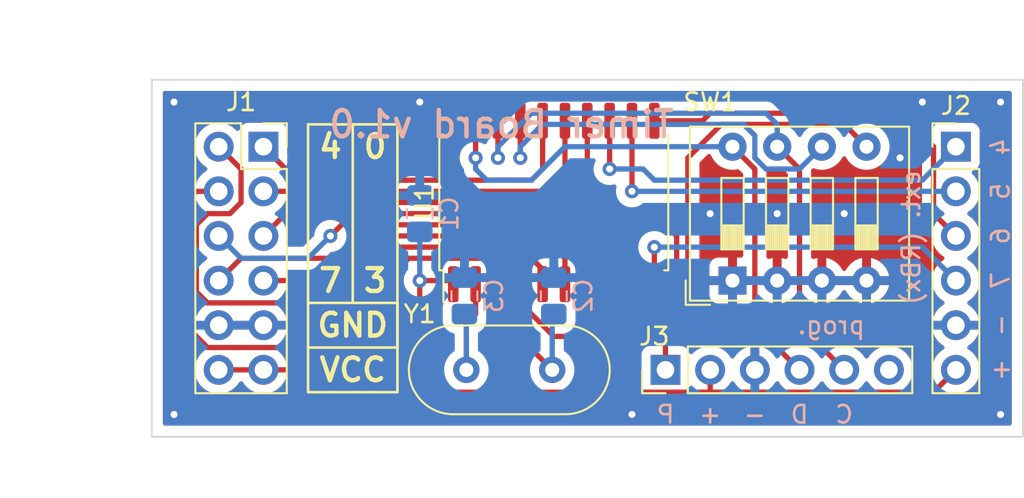
<source format=kicad_pcb>
(kicad_pcb (version 20211014) (generator pcbnew)
  (layers (0 "F.Cu" signal) (31 "B.Cu" signal) (34 "B.Paste" user) (35 "F.Paste" user) (36 "B.SilkS" user "B.Silkscreen") (37 "F.SilkS" user "F.Silkscreen") (38 "B.Mask" user) (39 "F.Mask" user) (44 "Edge.Cuts" user))
  (net 0 "")
  (net 1 "VCC")
  (net 2 "GND")
  (net 3 "Net-(C2-Pad1)")
  (net 4 "Net-(C3-Pad1)")
  (net 5 "Net-(J1-Pad1)")
  (net 6 "Net-(J1-Pad2)")
  (net 7 "Net-(J1-Pad3)")
  (net 8 "Net-(J1-Pad4)")
  (net 9 "Net-(J1-Pad7)")
  (net 10 "Net-(J1-Pad8)")
  (net 11 "Net-(J1-Pad9)")
  (net 12 "Net-(J1-Pad10)")
  (net 13 "Net-(J2-Pad1)")
  (net 14 "Net-(J2-Pad2)")
  (net 15 "Net-(J2-Pad3)")
  (net 16 "Net-(J2-Pad4)")
  (net 17 "Net-(J3-Pad1)")
  (net 18 "Net-(J3-Pad4)")
  (net 19 "Net-(J3-Pad5)")
  (net 21 "Net-(SW1-Pad6)")
  (footprint "Package_SO:SOIC-20W_7.5x12.8mm_P1.27mm" (layer "F.Cu") (at 135.89 66.675 90)
    (fp_text reference "U1" (at 0 -7.35 90) (layer "F.SilkS"))
    (fp_text value "PIC16F1829T-I/SO")
    (fp_line (start -3.86 -6.275) (end -5.675 -6.275) (layer "F.SilkS") (width 0.12))
    (fp_line (start 3.86 -6.51) (end 3.86 -6.275) (layer "F.SilkS") (width 0.12))
    (fp_line (start 0 6.51) (end -3.86 6.51) (layer "F.SilkS") (width 0.12))
    (fp_line (start -3.86 6.51) (end -3.86 6.275) (layer "F.SilkS") (width 0.12))
    (fp_line (start 0 6.51) (end 3.86 6.51) (layer "F.SilkS") (width 0.12))
    (fp_line (start 3.86 6.51) (end 3.86 6.275) (layer "F.SilkS") (width 0.12))
    (fp_line (start -3.86 -6.51) (end -3.86 -6.275) (layer "F.SilkS") (width 0.12))
    (fp_line (start 0 -6.51) (end -3.86 -6.51) (layer "F.SilkS") (width 0.12))
    (fp_line (start 0 -6.51) (end 3.86 -6.51) (layer "F.SilkS") (width 0.12))
    (pad "1" smd roundrect (at -4.65 -5.715 90) (size 2.05 0.6) (layers "F.Cu" "F.Paste" "F.Mask") (net 1 "VCC"))
    (pad "2" smd roundrect (at -4.65 -4.445 90) (size 2.05 0.6) (layers "F.Cu" "F.Paste" "F.Mask") (net 4 "Net-(C3-Pad1)"))
    (pad "3" smd roundrect (at -4.65 -3.175 90) (size 2.05 0.6) (layers "F.Cu" "F.Paste" "F.Mask") (net 3 "Net-(C2-Pad1)"))
    (pad "4" smd roundrect (at -4.65 -1.905 90) (size 2.05 0.6) (layers "F.Cu" "F.Paste" "F.Mask") (net 17 "Net-(J3-Pad1)"))
    (pad "5" smd roundrect (at -4.65 -0.635 90) (size 2.05 0.6) (layers "F.Cu" "F.Paste" "F.Mask") (net 10 "Net-(J1-Pad8)"))
    (pad "6" smd roundrect (at -4.65 0.635 90) (size 2.05 0.6) (layers "F.Cu" "F.Paste" "F.Mask") (net 9 "Net-(J1-Pad7)"))
    (pad "7" smd roundrect (at -4.65 1.905 90) (size 2.05 0.6) (layers "F.Cu" "F.Paste" "F.Mask") (net 8 "Net-(J1-Pad4)"))
    (pad "8" smd roundrect (at -4.65 3.175 90) (size 2.05 0.6) (layers "F.Cu" "F.Paste" "F.Mask") (net 11 "Net-(J1-Pad9)"))
    (pad "9" smd roundrect (at -4.65 4.445 90) (size 2.05 0.6) (layers "F.Cu" "F.Paste" "F.Mask") (net 12 "Net-(J1-Pad10)"))
    (pad "10" smd roundrect (at -4.65 5.715 90) (size 2.05 0.6) (layers "F.Cu" "F.Paste" "F.Mask") (net 16 "Net-(J2-Pad4)"))
    (pad "11" smd roundrect (at 4.65 5.715 90) (size 2.05 0.6) (layers "F.Cu" "F.Paste" "F.Mask") (net 15 "Net-(J2-Pad3)"))
    (pad "12" smd roundrect (at 4.65 4.445 90) (size 2.05 0.6) (layers "F.Cu" "F.Paste" "F.Mask") (net 14 "Net-(J2-Pad2)"))
    (pad "13" smd roundrect (at 4.65 3.175 90) (size 2.05 0.6) (layers "F.Cu" "F.Paste" "F.Mask") (net 13 "Net-(J2-Pad1)"))
    (pad "14" smd roundrect (at 4.65 1.905 90) (size 2.05 0.6) (layers "F.Cu" "F.Paste" "F.Mask") (net 7 "Net-(J1-Pad3)"))
    (pad "15" smd roundrect (at 4.65 0.635 90) (size 2.05 0.6) (layers "F.Cu" "F.Paste" "F.Mask") (net 6 "Net-(J1-Pad2)"))
    (pad "16" smd roundrect (at 4.65 -0.635 90) (size 2.05 0.6) (layers "F.Cu" "F.Paste" "F.Mask") (net 5 "Net-(J1-Pad1)"))
    (pad "17" smd roundrect (at 4.65 -1.905 90) (size 2.05 0.6) (layers "F.Cu" "F.Paste" "F.Mask") (net 21 "Net-(SW1-Pad6)"))
    (pad "18" smd roundrect (at 4.65 -3.175 90) (size 2.05 0.6) (layers "F.Cu" "F.Paste" "F.Mask") (net 19 "Net-(J3-Pad5)"))
    (pad "19" smd roundrect (at 4.65 -4.445 90) (size 2.05 0.6) (layers "F.Cu" "F.Paste" "F.Mask") (net 18 "Net-(J3-Pad4)"))
    (pad "20" smd roundrect (at 4.65 -5.715 90) (size 2.05 0.6) (layers "F.Cu" "F.Paste" "F.Mask") (net 2 "GND"))
  )
  (footprint "Crystal:Crystal_HC49-4H_Vertical" (layer "F.Cu") (at 135.8 76.2 180)
    (fp_text reference "Y1" (at 7.53 3.175) (layer "F.SilkS"))
    (fp_text value "8MHz")
    (fp_line (start -0.76 2.525) (end 5.64 2.525) (layer "F.SilkS") (width 0.12))
    (fp_line (start -0.76 -2.525) (end 5.64 -2.525) (layer "F.SilkS") (width 0.12))
    (fp_arc (start -0.76 2.525) (mid -3.285 0) (end -0.76 -2.525) (layer "F.SilkS") (width 0.12))
    (fp_arc (start 5.64 -2.525) (mid 8.165 0) (end 5.64 2.525) (layer "F.SilkS") (width 0.12))
    (pad "1" thru_hole circle (at 0 0 180) (size 1.5 1.5) (drill 0.8) (layers *.Cu *.Mask) (net 3 "Net-(C2-Pad1)"))
    (pad "2" thru_hole circle (at 4.88 0 180) (size 1.5 1.5) (drill 0.8) (layers *.Cu *.Mask) (net 4 "Net-(C3-Pad1)"))
  )
  (footprint "ModifiedKiCadLibrary:PinSocket_2x06_P2.54mm_Vertical_Top_Bottom" (layer "F.Cu") (at 119.38 63.5)
    (fp_text reference "J1" (at -1.27 -2.54) (layer "F.SilkS"))
    (fp_text value "timer_out")
    (fp_line (start -1.27 1.27) (end 1.33 1.27) (layer "F.SilkS") (width 0.12))
    (fp_line (start -3.87 -1.33) (end -1.27 -1.33) (layer "F.SilkS") (width 0.12))
    (fp_line (start -1.27 -1.33) (end -1.27 1.27) (layer "F.SilkS") (width 0.12))
    (fp_line (start -3.87 14.03) (end 1.33 14.03) (layer "F.SilkS") (width 0.12))
    (fp_line (start 0 -1.33) (end 1.33 -1.33) (layer "F.SilkS") (width 0.12))
    (fp_line (start -3.87 -1.33) (end -3.87 14.03) (layer "F.SilkS") (width 0.12))
    (fp_line (start 1.33 -1.33) (end 1.33 0) (layer "F.SilkS") (width 0.12))
    (fp_line (start 1.33 1.27) (end 1.33 14.03) (layer "F.SilkS") (width 0.12))
    (pad "1" thru_hole rect (at 0 0) (size 1.7 1.7) (drill 1) (layers *.Cu *.Mask) (net 5 "Net-(J1-Pad1)"))
    (pad "2" thru_hole oval (at 0 2.54) (size 1.7 1.7) (drill 1) (layers *.Cu *.Mask) (net 6 "Net-(J1-Pad2)"))
    (pad "3" thru_hole oval (at 0 5.08) (size 1.7 1.7) (drill 1) (layers *.Cu *.Mask) (net 7 "Net-(J1-Pad3)"))
    (pad "4" thru_hole oval (at 0 7.62) (size 1.7 1.7) (drill 1) (layers *.Cu *.Mask) (net 8 "Net-(J1-Pad4)"))
    (pad "5" thru_hole oval (at 0 10.16) (size 1.7 1.7) (drill 1) (layers *.Cu *.Mask) (net 2 "GND"))
    (pad "6" thru_hole oval (at 0 12.7) (size 1.7 1.7) (drill 1) (layers *.Cu *.Mask) (net 1 "VCC"))
    (pad "7" thru_hole oval (at -2.54 0) (size 1.7 1.7) (drill 1) (layers *.Cu *.Mask) (net 9 "Net-(J1-Pad7)"))
    (pad "8" thru_hole oval (at -2.54 2.54) (size 1.7 1.7) (drill 1) (layers *.Cu *.Mask) (net 10 "Net-(J1-Pad8)"))
    (pad "9" thru_hole oval (at -2.54 5.08) (size 1.7 1.7) (drill 1) (layers *.Cu *.Mask) (net 11 "Net-(J1-Pad9)"))
    (pad "10" thru_hole oval (at -2.54 7.62) (size 1.7 1.7) (drill 1) (layers *.Cu *.Mask) (net 12 "Net-(J1-Pad10)"))
    (pad "11" thru_hole oval (at -2.54 10.16) (size 1.7 1.7) (drill 1) (layers *.Cu *.Mask) (net 2 "GND"))
    (pad "12" thru_hole oval (at -2.54 12.7) (size 1.7 1.7) (drill 1) (layers *.Cu *.Mask) (net 1 "VCC"))
  )
  (footprint "Connector_PinHeader_2.54mm:PinHeader_1x06_P2.54mm_Vertical" (layer "F.Cu") (at 158.75 63.5)
    (fp_text reference "J2" (at 0 -2.33) (layer "F.SilkS"))
    (fp_text value "extension")
    (fp_line (start -1.33 -1.33) (end 0 -1.33) (layer "F.SilkS") (width 0.12))
    (fp_line (start -1.33 1.27) (end -1.33 14.03) (layer "F.SilkS") (width 0.12))
    (fp_line (start -1.33 1.27) (end 1.33 1.27) (layer "F.SilkS") (width 0.12))
    (fp_line (start -1.33 14.03) (end 1.33 14.03) (layer "F.SilkS") (width 0.12))
    (fp_line (start -1.33 0) (end -1.33 -1.33) (layer "F.SilkS") (width 0.12))
    (fp_line (start 1.33 1.27) (end 1.33 14.03) (layer "F.SilkS") (width 0.12))
    (pad "1" thru_hole rect (at 0 0) (size 1.7 1.7) (drill 1) (layers *.Cu *.Mask) (net 13 "Net-(J2-Pad1)"))
    (pad "2" thru_hole oval (at 0 2.54) (size 1.7 1.7) (drill 1) (layers *.Cu *.Mask) (net 14 "Net-(J2-Pad2)"))
    (pad "3" thru_hole oval (at 0 5.08) (size 1.7 1.7) (drill 1) (layers *.Cu *.Mask) (net 15 "Net-(J2-Pad3)"))
    (pad "4" thru_hole oval (at 0 7.62) (size 1.7 1.7) (drill 1) (layers *.Cu *.Mask) (net 16 "Net-(J2-Pad4)"))
    (pad "5" thru_hole oval (at 0 10.16) (size 1.7 1.7) (drill 1) (layers *.Cu *.Mask) (net 2 "GND"))
    (pad "6" thru_hole oval (at 0 12.7) (size 1.7 1.7) (drill 1) (layers *.Cu *.Mask) (net 1 "VCC"))
  )
  (footprint "Connector_PinHeader_2.54mm:PinHeader_1x06_P2.54mm_Vertical" (layer "F.Cu") (at 142.24 76.2 90)
    (fp_text reference "J3" (at 1.905 -0.635 180) (layer "F.SilkS"))
    (fp_text value "Conn_PIC_ICSP_ICD")
    (fp_line (start -1.33 -1.33) (end 0 -1.33) (layer "F.SilkS") (width 0.12))
    (fp_line (start -1.33 1.27) (end -1.33 14.03) (layer "F.SilkS") (width 0.12))
    (fp_line (start -1.33 1.27) (end 1.33 1.27) (layer "F.SilkS") (width 0.12))
    (fp_line (start 1.33 1.27) (end 1.33 14.03) (layer "F.SilkS") (width 0.12))
    (fp_line (start -1.33 14.03) (end 1.33 14.03) (layer "F.SilkS") (width 0.12))
    (fp_line (start -1.33 0) (end -1.33 -1.33) (layer "F.SilkS") (width 0.12))
    (pad "1" thru_hole rect (at 0 0 90) (size 1.7 1.7) (drill 1) (layers *.Cu *.Mask) (net 17 "Net-(J3-Pad1)"))
    (pad "2" thru_hole oval (at 0 2.54 90) (size 1.7 1.7) (drill 1) (layers *.Cu *.Mask) (net 1 "VCC"))
    (pad "3" thru_hole oval (at 0 5.08 90) (size 1.7 1.7) (drill 1) (layers *.Cu *.Mask) (net 2 "GND"))
    (pad "4" thru_hole oval (at 0 7.62 90) (size 1.7 1.7) (drill 1) (layers *.Cu *.Mask) (net 18 "Net-(J3-Pad4)"))
    (pad "5" thru_hole oval (at 0 10.16 90) (size 1.7 1.7) (drill 1) (layers *.Cu *.Mask) (net 19 "Net-(J3-Pad5)"))
    (pad "6" thru_hole oval (at 0 12.7 90) (size 1.7 1.7) (drill 1) (layers *.Cu *.Mask))
  )
  (footprint "Button_Switch_THT:SW_DIP_SPSTx04_Slide_9.78x12.34mm_W7.62mm_P2.54mm" (layer "F.Cu") (at 146.05 71.12 90)
    (fp_text reference "SW1" (at 10.16 -1.27 180) (layer "F.SilkS"))
    (fp_text value "SW_DIP_x04")
    (fp_line (start 1.78 8.185) (end 3.133333 8.185) (layer "F.SilkS") (width 0.12))
    (fp_line (start 1.78 4.445) (end 1.78 5.715) (layer "F.SilkS") (width 0.12))
    (fp_line (start 1.78 2.505) (end 3.133333 2.505) (layer "F.SilkS") (width 0.12))
    (fp_line (start 5.84 6.985) (end 1.78 6.985) (layer "F.SilkS") (width 0.12))
    (fp_line (start 1.78 0.085) (end 3.133333 0.085) (layer "F.SilkS") (width 0.12))
    (fp_line (start 1.78 4.925) (end 3.133333 4.925) (layer "F.SilkS") (width 0.12))
    (fp_line (start 1.78 5.715) (end 5.84 5.715) (layer "F.SilkS") (width 0.12))
    (fp_line (start 1.78 -0.515) (end 3.133333 -0.515) (layer "F.SilkS") (width 0.12))
    (fp_line (start 1.78 2.145) (end 3.133333 2.145) (layer "F.SilkS") (width 0.12))
    (fp_line (start 5.84 4.445) (end 1.78 4.445) (layer "F.SilkS") (width 0.12))
    (fp_line (start 1.78 8.065) (end 3.133333 8.065) (layer "F.SilkS") (width 0.12))
    (fp_line (start 1.78 7.585) (end 3.133333 7.585) (layer "F.SilkS") (width 0.12))
    (fp_line (start 1.78 5.285) (end 3.133333 5.285) (layer "F.SilkS") (width 0.12))
    (fp_line (start 1.78 0.565) (end 3.133333 0.565) (layer "F.SilkS") (width 0.12))
    (fp_line (start -1.38 -2.66) (end -1.38 -1.277) (layer "F.SilkS") (width 0.12))
    (fp_line (start 1.78 5.165) (end 3.133333 5.165) (layer "F.SilkS") (width 0.12))
    (fp_line (start 1.78 0.325) (end 3.133333 0.325) (layer "F.SilkS") (width 0.12))
    (fp_line (start 1.78 5.045) (end 3.133333 5.045) (layer "F.SilkS") (width 0.12))
    (fp_line (start 3.133333 4.445) (end 3.133333 5.715) (layer "F.SilkS") (width 0.12))
    (fp_line (start 1.78 -0.035) (end 3.133333 -0.035) (layer "F.SilkS") (width 0.12))
    (fp_line (start -1.14 -2.42) (end -1.14 10.04) (layer "F.SilkS") (width 0.12))
    (fp_line (start 1.78 0.635) (end 5.84 0.635) (layer "F.SilkS") (width 0.12))
    (fp_line (start 5.84 8.255) (end 5.84 6.985) (layer "F.SilkS") (width 0.12))
    (fp_line (start 1.78 -0.275) (end 3.133333 -0.275) (layer "F.SilkS") (width 0.12))
    (fp_line (start 1.78 2.265) (end 3.133333 2.265) (layer "F.SilkS") (width 0.12))
    (fp_line (start 3.133333 1.905) (end 3.133333 3.175) (layer "F.SilkS") (width 0.12))
    (fp_line (start 1.78 2.985) (end 3.133333 2.985) (layer "F.SilkS") (width 0.12))
    (fp_line (start 5.84 0.635) (end 5.84 -0.635) (layer "F.SilkS") (width 0.12))
    (fp_line (start 1.78 7.825) (end 3.133333 7.825) (layer "F.SilkS") (width 0.12))
    (fp_line (start 1.78 4.685) (end 3.133333 4.685) (layer "F.SilkS") (width 0.12))
    (fp_line (start 5.84 3.175) (end 5.84 1.905) (layer "F.SilkS") (width 0.12))
    (fp_line (start 1.78 5.525) (end 3.133333 5.525) (layer "F.SilkS") (width 0.12))
    (fp_line (start 1.78 6.985) (end 1.78 8.255) (layer "F.SilkS") (width 0.12))
    (fp_line (start 1.78 2.865) (end 3.133333 2.865) (layer "F.SilkS") (width 0.12))
    (fp_line (start 1.78 2.025) (end 3.133333 2.025) (layer "F.SilkS") (width 0.12))
    (fp_line (start 5.84 -0.635) (end 1.78 -0.635) (layer "F.SilkS") (width 0.12))
    (fp_line (start 1.78 3.175) (end 5.84 3.175) (layer "F.SilkS") (width 0.12))
    (fp_line (start 1.78 -0.155) (end 3.133333 -0.155) (layer "F.SilkS") (width 0.12))
    (fp_line (start 1.78 7.225) (end 3.133333 7.225) (layer "F.SilkS") (width 0.12))
    (fp_line (start -1.14 -2.42) (end 8.76 -2.42) (layer "F.SilkS") (width 0.12))
    (fp_line (start 1.78 8.255) (end 5.84 8.255) (layer "F.SilkS") (width 0.12))
    (fp_line (start 1.78 4.805) (end 3.133333 4.805) (layer "F.SilkS") (width 0.12))
    (fp_line (start 5.84 5.715) (end 5.84 4.445) (layer "F.SilkS") (width 0.12))
    (fp_line (start 1.78 3.105) (end 3.133333 3.105) (layer "F.SilkS") (width 0.12))
    (fp_line (start 1.78 7.105) (end 3.133333 7.105) (layer "F.SilkS") (width 0.12))
    (fp_line (start 1.78 0.205) (end 3.133333 0.205) (layer "F.SilkS") (width 0.12))
    (fp_line (start 1.78 2.745) (end 3.133333 2.745) (layer "F.SilkS") (width 0.12))
    (fp_line (start 1.78 7.945) (end 3.133333 7.945) (layer "F.SilkS") (width 0.12))
    (fp_line (start 1.78 1.905) (end 1.78 3.175) (layer "F.SilkS") (width 0.12))
    (fp_line (start 1.78 4.565) (end 3.133333 4.565) (layer "F.SilkS") (width 0.12))
    (fp_line (start 1.78 5.405) (end 3.133333 5.405) (layer "F.SilkS") (width 0.12))
    (fp_line (start 1.78 -0.635) (end 1.78 0.635) (layer "F.SilkS") (width 0.12))
    (fp_line (start 1.78 7.465) (end 3.133333 7.465) (layer "F.SilkS") (width 0.12))
    (fp_line (start 1.78 2.385) (end 3.133333 2.385) (layer "F.SilkS") (width 0.12))
    (fp_line (start 5.84 1.905) (end 1.78 1.905) (layer "F.SilkS") (width 0.12))
    (fp_line (start -1.38 -2.66) (end 0.004 -2.66) (layer "F.SilkS") (width 0.12))
    (fp_line (start 3.133333 -0.635) (end 3.133333 0.635) (layer "F.SilkS") (width 0.12))
    (fp_line (start 1.78 7.705) (end 3.133333 7.705) (layer "F.SilkS") (width 0.12))
    (fp_line (start 1.78 7.345) (end 3.133333 7.345) (layer "F.SilkS") (width 0.12))
    (fp_line (start 8.76 -2.42) (end 8.76 10.04) (layer "F.SilkS") (width 0.12))
    (fp_line (start -1.14 10.04) (end 8.76 10.04) (layer "F.SilkS") (width 0.12))
    (fp_line (start 3.133333 6.985) (end 3.133333 8.255) (layer "F.SilkS") (width 0.12))
    (fp_line (start 1.78 -0.395) (end 3.133333 -0.395) (layer "F.SilkS") (width 0.12))
    (fp_line (start 1.78 0.445) (end 3.133333 0.445) (layer "F.SilkS") (width 0.12))
    (fp_line (start 1.78 5.645) (end 3.133333 5.645) (layer "F.SilkS") (width 0.12))
    (fp_line (start 1.78 2.625) (end 3.133333 2.625) (layer "F.SilkS") (width 0.12))
    (pad "1" thru_hole rect (at 0 0 90) (size 1.6 1.6) (drill 0.8) (layers *.Cu *.Mask) (net 2 "GND"))
    (pad "2" thru_hole oval (at 0 2.54 90) (size 1.6 1.6) (drill 0.8) (layers *.Cu *.Mask) (net 2 "GND"))
    (pad "3" thru_hole oval (at 0 5.08 90) (size 1.6 1.6) (drill 0.8) (layers *.Cu *.Mask) (net 2 "GND"))
    (pad "4" thru_hole oval (at 0 7.62 90) (size 1.6 1.6) (drill 0.8) (layers *.Cu *.Mask) (net 2 "GND"))
    (pad "5" thru_hole oval (at 7.62 7.62 90) (size 1.6 1.6) (drill 0.8) (layers *.Cu *.Mask) (net 17 "Net-(J3-Pad1)"))
    (pad "6" thru_hole oval (at 7.62 5.08 90) (size 1.6 1.6) (drill 0.8) (layers *.Cu *.Mask) (net 21 "Net-(SW1-Pad6)"))
    (pad "7" thru_hole oval (at 7.62 2.54 90) (size 1.6 1.6) (drill 0.8) (layers *.Cu *.Mask) (net 19 "Net-(J3-Pad5)"))
    (pad "8" thru_hole oval (at 7.62 0 90) (size 1.6 1.6) (drill 0.8) (layers *.Cu *.Mask) (net 18 "Net-(J3-Pad4)"))
  )
  (footprint "Capacitor_SMD:C_0805_2012Metric_Pad1.18x1.45mm_HandSolder" (layer "B.Cu") (at 130.81 71.9875 90)
    (fp_text reference "C3" (at 0 1.68 90) (layer "B.SilkS") (effects (justify mirror)))
    (fp_text value "22p")
    (fp_line (start -0.261252 -0.735) (end 0.261252 -0.735) (layer "B.SilkS") (width 0.12))
    (fp_line (start -0.261252 0.735) (end 0.261252 0.735) (layer "B.SilkS") (width 0.12))
    (pad "1" smd roundrect (at -1.0375 0 90) (size 1.175 1.45) (layers "B.Cu" "B.Paste" "B.Mask") (roundrect_rratio 0.2127659574) (net 4 "Net-(C3-Pad1)"))
    (pad "2" smd roundrect (at 1.0375 0 90) (size 1.175 1.45) (layers "B.Cu" "B.Paste" "B.Mask") (roundrect_rratio 0.2127659574) (net 2 "GND"))
  )
  (footprint "Capacitor_SMD:C_0805_2012Metric_Pad1.18x1.45mm_HandSolder" (layer "B.Cu") (at 128.27 67.31 90)
    (fp_text reference "C1" (at 0 1.68 90) (layer "B.SilkS") (effects (justify mirror)))
    (fp_text value "0.1u")
    (fp_line (start -0.261252 -0.735) (end 0.261252 -0.735) (layer "B.SilkS") (width 0.12))
    (fp_line (start -0.261252 0.735) (end 0.261252 0.735) (layer "B.SilkS") (width 0.12))
    (pad "1" smd roundrect (at -1.0375 0 90) (size 1.175 1.45) (layers "B.Cu" "B.Paste" "B.Mask") (roundrect_rratio 0.2127659574) (net 1 "VCC"))
    (pad "2" smd roundrect (at 1.0375 0 90) (size 1.175 1.45) (layers "B.Cu" "B.Paste" "B.Mask") (roundrect_rratio 0.2127659574) (net 2 "GND"))
  )
  (footprint "Capacitor_SMD:C_0805_2012Metric_Pad1.18x1.45mm_HandSolder" (layer "B.Cu") (at 135.89 71.9875 90)
    (fp_text reference "C2" (at 0 1.68 90) (layer "B.SilkS") (effects (justify mirror)))
    (fp_text value "22p")
    (fp_line (start -0.261252 0.735) (end 0.261252 0.735) (layer "B.SilkS") (width 0.12))
    (fp_line (start -0.261252 -0.735) (end 0.261252 -0.735) (layer "B.SilkS") (width 0.12))
    (pad "1" smd roundrect (at -1.0375 0 90) (size 1.175 1.45) (layers "B.Cu" "B.Paste" "B.Mask") (roundrect_rratio 0.2127659574) (net 3 "Net-(C2-Pad1)"))
    (pad "2" smd roundrect (at 1.0375 0 90) (size 1.175 1.45) (layers "B.Cu" "B.Paste" "B.Mask") (roundrect_rratio 0.2127659574) (net 2 "GND"))
  )
  (gr_line (start 127 74.93) (end 121.92 74.93) (layer "F.SilkS") (width 0.15))
  (gr_line (start 121.92 72.39) (end 127 72.39) (layer "F.SilkS") (width 0.15))
  (gr_rect (start 121.92 62.23) (end 127 77.47) (layer "F.SilkS") (width 0.15) (fill none))
  (gr_line (start 127 72.39) (end 127 74.93) (layer "F.SilkS") (width 0.15))
  (gr_line (start 124.46 62.23) (end 124.46 72.39) (layer "F.SilkS") (width 0.15))
  (gr_rect (start 113.03 59.69) (end 162.56 80.01) (layer "Edge.Cuts") (width 0.1) (fill none))
  (gr_text "P" (at 142.24 78.74) (layer "B.SilkS") (effects (font (size 1 1)) (justify mirror)))
  (gr_text "D" (at 149.86 78.74) (layer "B.SilkS") (effects (font (size 1 1)) (justify mirror)))
  (gr_text "ext. (RBx)" (at 156.21 64.77 90) (layer "B.SilkS") (effects (font (size 1 1)) (justify left mirror)))
  (gr_text "-" (at 147.32 78.74) (layer "B.SilkS") (effects (font (size 1 1)) (justify mirror)))
  (gr_text "6" (at 161.29 68.58 90) (layer "B.SilkS") (effects (font (size 1 1)) (justify mirror)))
  (gr_text "Timer Board v1.0" (at 142.875 62.23) (layer "B.SilkS") (effects (font (size 1.5 1.5) (thickness 0.25)) (justify left mirror)))
  (gr_text "5" (at 161.29 66.04 90) (layer "B.SilkS") (effects (font (size 1 1)) (justify mirror)))
  (gr_text "prog." (at 153.67 73.66) (layer "B.SilkS") (effects (font (size 1 1)) (justify left mirror)))
  (gr_text "4" (at 161.29 63.5 90) (layer "B.SilkS") (effects (font (size 1 1)) (justify mirror)))
  (gr_text "+" (at 161.29 76.2 90) (layer "B.SilkS") (effects (font (size 1 1)) (justify mirror)))
  (gr_text "7" (at 161.29 71.12 90) (layer "B.SilkS") (effects (font (size 1 1)) (justify mirror)))
  (gr_text "C" (at 152.4 78.74) (layer "B.SilkS") (effects (font (size 1 1)) (justify mirror)))
  (gr_text "+" (at 144.78 78.74) (layer "B.SilkS") (effects (font (size 1 1)) (justify mirror)))
  (gr_text "-" (at 161.29 73.66 90) (layer "B.SilkS") (effects (font (size 1 1)) (justify mirror)))
  (gr_text "7" (at 123.19 71.12) (layer "F.SilkS") (effects (font (size 1.3 1.3) (thickness 0.25))))
  (gr_text "GND" (at 124.46 73.66) (layer "F.SilkS") (effects (font (size 1.3 1.3) (thickness 0.25))))
  (gr_text "4" (at 123.19 63.5) (layer "F.SilkS") (effects (font (size 1.3 1.3) (thickness 0.25))))
  (gr_text "VCC" (at 124.46 76.2) (layer "F.SilkS") (effects (font (size 1.3 1.3) (thickness 0.25))))
  (gr_text "0" (at 125.73 63.5) (layer "F.SilkS") (effects (font (size 1.3 1.3) (thickness 0.25))))
  (gr_text "3" (at 125.73 71.12) (layer "F.SilkS") (effects (font (size 1.3 1.3) (thickness 0.25))))
  (segment (start 128.27 76.2) (end 128.27 71.12) (width 0.3) (layer "F.Cu") (net 1))
  (segment (start 157.48 77.47) (end 144.78 77.47) (width 0.3) (layer "F.Cu") (net 1))
  (segment (start 144.78 76.2) (end 144.78 77.47) (width 0.3) (layer "F.Cu") (net 1))
  (segment (start 144.78 77.47) (end 129.54 77.47) (width 0.3) (layer "F.Cu") (net 1))
  (segment (start 129.54 77.47) (end 128.27 76.2) (width 0.3) (layer "F.Cu") (net 1))
  (segment (start 158.75 76.2) (end 157.48 77.47) (width 0.3) (layer "F.Cu") (net 1))
  (segment (start 129.97 71.12) (end 130.175 71.325) (width 0.3) (layer "F.Cu") (net 1))
  (segment (start 128.27 71.12) (end 129.97 71.12) (width 0.3) (layer "F.Cu") (net 1))
  (segment (start 128.27 76.2) (end 119.38 76.2) (width 0.3) (layer "F.Cu") (net 1))
  (segment (start 116.84 76.2) (end 119.38 76.2) (width 0.3) (layer "F.Cu") (net 1))
  (via (at 128.27 71.12) (size 0.8) (drill 0.4) (layers "F.Cu" "B.Cu") (net 1))
  (segment (start 128.27 71.12) (end 128.27 68.3475) (width 0.3) (layer "B.Cu") (net 1))
  (via (at 148.59 67.31) (size 0.8) (drill 0.4) (layers "F.Cu" "B.Cu") (net 2))
  (via (at 144.78 67.31) (size 0.8) (drill 0.4) (layers "F.Cu" "B.Cu") (net 2))
  (via (at 161.29 78.74) (size 0.8) (drill 0.4) (layers "F.Cu" "B.Cu") (net 2))
  (via (at 140.335 78.74) (size 0.8) (drill 0.4) (layers "F.Cu" "B.Cu") (net 2))
  (via (at 155.575 64.135) (size 0.8) (drill 0.4) (layers "F.Cu" "B.Cu") (net 2))
  (via (at 152.4 67.31) (size 0.8) (drill 0.4) (layers "F.Cu" "B.Cu") (net 2))
  (via (at 128.27 60.96) (size 0.8) (drill 0.4) (layers "F.Cu" "B.Cu") (net 2))
  (via (at 114.3 60.96) (size 0.8) (drill 0.4) (layers "F.Cu" "B.Cu") (net 2))
  (via (at 161.29 60.96) (size 0.8) (drill 0.4) (layers "F.Cu" "B.Cu") (net 2))
  (via (at 114.3 78.74) (size 0.8) (drill 0.4) (layers "F.Cu" "B.Cu") (net 2))
  (via (at 156.845 60.96) (size 0.8) (drill 0.4) (layers "F.Cu" "B.Cu") (net 2))
  (segment (start 132.715 73.115) (end 135.8 76.2) (width 0.3) (layer "F.Cu") (net 3))
  (segment (start 132.715 71.325) (end 132.715 73.115) (width 0.3) (layer "F.Cu") (net 3))
  (segment (start 135.8 73.115) (end 135.89 73.025) (width 0.3) (layer "B.Cu") (net 3))
  (segment (start 135.8 76.2) (end 135.8 73.115) (width 0.3) (layer "B.Cu") (net 3))
  (segment (start 131.445 73.025) (end 131.445 71.325) (width 0.3) (layer "F.Cu") (net 4))
  (segment (start 130.92 73.55) (end 131.445 73.025) (width 0.3) (layer "F.Cu") (net 4))
  (segment (start 130.92 76.2) (end 130.92 73.55) (width 0.3) (layer "F.Cu") (net 4))
  (segment (start 130.81 73.025) (end 130.92 73.135) (width 0.3) (layer "B.Cu") (net 4))
  (segment (start 130.92 73.135) (end 130.92 76.2) (width 0.3) (layer "B.Cu") (net 4))
  (segment (start 121.285 65.405) (end 134.62 65.405) (width 0.3) (layer "F.Cu") (net 5))
  (segment (start 119.38 63.5) (end 121.285 65.405) (width 0.3) (layer "F.Cu") (net 5))
  (segment (start 135.255 64.77) (end 135.255 62.025) (width 0.3) (layer "F.Cu") (net 5))
  (segment (start 134.62 65.405) (end 135.255 64.77) (width 0.3) (layer "F.Cu") (net 5))
  (segment (start 135.89 66.04) (end 136.525 65.405) (width 0.3) (layer "F.Cu") (net 6))
  (segment (start 119.38 66.04) (end 135.89 66.04) (width 0.3) (layer "F.Cu") (net 6))
  (segment (start 136.525 65.405) (end 136.525 62.025) (width 0.3) (layer "F.Cu") (net 6))
  (segment (start 119.38 68.58) (end 121.285 66.675) (width 0.3) (layer "F.Cu") (net 7))
  (segment (start 121.285 66.675) (end 137.16 66.675) (width 0.3) (layer "F.Cu") (net 7))
  (segment (start 137.16 66.675) (end 137.795 66.04) (width 0.3) (layer "F.Cu") (net 7))
  (segment (start 137.795 66.04) (end 137.795 62.025) (width 0.3) (layer "F.Cu") (net 7))
  (segment (start 136.525 68.58) (end 126.365 68.58) (width 0.3) (layer "F.Cu") (net 8))
  (segment (start 137.795 69.85) (end 136.525 68.58) (width 0.3) (layer "F.Cu") (net 8))
  (segment (start 137.795 71.325) (end 137.795 69.85) (width 0.3) (layer "F.Cu") (net 8))
  (segment (start 123.825 71.12) (end 119.38 71.12) (width 0.3) (layer "F.Cu") (net 8))
  (segment (start 126.365 68.58) (end 123.825 71.12) (width 0.3) (layer "F.Cu") (net 8))
  (segment (start 136.525 71.325) (end 136.525 69.85) (width 0.3) (layer "F.Cu") (net 9))
  (segment (start 115.57 71.755) (end 115.57 67.945) (width 0.3) (layer "F.Cu") (net 9))
  (segment (start 135.89 69.215) (end 127 69.215) (width 0.3) (layer "F.Cu") (net 9))
  (segment (start 127 69.215) (end 123.825 72.39) (width 0.3) (layer "F.Cu") (net 9))
  (segment (start 136.525 69.85) (end 135.89 69.215) (width 0.3) (layer "F.Cu") (net 9))
  (segment (start 116.205 67.31) (end 117.475 67.31) (width 0.3) (layer "F.Cu") (net 9))
  (segment (start 117.475 67.31) (end 118.11 66.675) (width 0.3) (layer "F.Cu") (net 9))
  (segment (start 115.57 67.945) (end 116.205 67.31) (width 0.3) (layer "F.Cu") (net 9))
  (segment (start 118.11 64.77) (end 116.84 63.5) (width 0.3) (layer "F.Cu") (net 9))
  (segment (start 116.205 72.39) (end 115.57 71.755) (width 0.3) (layer "F.Cu") (net 9))
  (segment (start 123.825 72.39) (end 116.205 72.39) (width 0.3) (layer "F.Cu") (net 9))
  (segment (start 118.11 66.675) (end 118.11 64.77) (width 0.3) (layer "F.Cu") (net 9))
  (segment (start 135.255 70.485) (end 135.255 71.325) (width 0.3) (layer "F.Cu") (net 10))
  (segment (start 115.57 66.04) (end 114.935 66.675) (width 0.3) (layer "F.Cu") (net 10))
  (segment (start 116.84 66.04) (end 115.57 66.04) (width 0.3) (layer "F.Cu") (net 10))
  (segment (start 114.935 73.66) (end 116.205 74.93) (width 0.3) (layer "F.Cu") (net 10))
  (segment (start 116.205 74.93) (end 122.555 74.93) (width 0.3) (layer "F.Cu") (net 10))
  (segment (start 122.555 74.93) (end 127.635 69.85) (width 0.3) (layer "F.Cu") (net 10))
  (segment (start 134.62 69.85) (end 135.255 70.485) (width 0.3) (layer "F.Cu") (net 10))
  (segment (start 127.635 69.85) (end 134.62 69.85) (width 0.3) (layer "F.Cu") (net 10))
  (segment (start 114.935 66.675) (end 114.935 73.66) (width 0.3) (layer "F.Cu") (net 10))
  (segment (start 142.24 73.025) (end 139.7 73.025) (width 0.3) (layer "F.Cu") (net 11))
  (segment (start 142.875 68.58) (end 142.875 72.39) (width 0.3) (layer "F.Cu") (net 11))
  (segment (start 123.19 68.58) (end 124.46 67.31) (width 0.3) (layer "F.Cu") (net 11))
  (segment (start 141.605 67.31) (end 142.875 68.58) (width 0.3) (layer "F.Cu") (net 11))
  (segment (start 124.46 67.31) (end 141.605 67.31) (width 0.3) (layer "F.Cu") (net 11))
  (segment (start 142.875 72.39) (end 142.24 73.025) (width 0.3) (layer "F.Cu") (net 11))
  (segment (start 139.065 72.39) (end 139.065 71.325) (width 0.3) (layer "F.Cu") (net 11))
  (segment (start 139.7 73.025) (end 139.065 72.39) (width 0.3) (layer "F.Cu") (net 11))
  (via (at 123.19 68.58) (size 0.8) (drill 0.4) (layers "F.Cu" "B.Cu") (net 11))
  (segment (start 121.92 69.85) (end 123.19 68.58) (width 0.3) (layer "B.Cu") (net 11))
  (segment (start 118.11 69.85) (end 121.92 69.85) (width 0.3) (layer "B.Cu") (net 11))
  (segment (start 116.84 68.58) (end 118.11 69.85) (width 0.3) (layer "B.Cu") (net 11))
  (segment (start 125.73 67.945) (end 123.825 69.85) (width 0.3) (layer "F.Cu") (net 12))
  (segment (start 138.43 67.945) (end 125.73 67.945) (width 0.3) (layer "F.Cu") (net 12))
  (segment (start 140.335 71.325) (end 140.335 69.85) (width 0.3) (layer "F.Cu") (net 12))
  (segment (start 123.825 69.85) (end 118.11 69.85) (width 0.3) (layer "F.Cu") (net 12))
  (segment (start 118.11 69.85) (end 116.84 71.12) (width 0.3) (layer "F.Cu") (net 12))
  (segment (start 140.335 69.85) (end 138.43 67.945) (width 0.3) (layer "F.Cu") (net 12))
  (segment (start 139.065 62.025) (end 139.065 64.77) (width 0.3) (layer "F.Cu") (net 13))
  (via (at 139.065 64.77) (size 0.8) (drill 0.4) (layers "F.Cu" "B.Cu") (net 13))
  (segment (start 140.97 64.77) (end 139.065 64.77) (width 0.3) (layer "B.Cu") (net 13))
  (segment (start 158.75 63.5) (end 156.845 65.405) (width 0.3) (layer "B.Cu") (net 13))
  (segment (start 156.845 65.405) (end 141.605 65.405) (width 0.3) (layer "B.Cu") (net 13))
  (segment (start 141.605 65.405) (end 140.97 64.77) (width 0.3) (layer "B.Cu") (net 13))
  (segment (start 140.335 62.025) (end 140.335 66.04) (width 0.3) (layer "F.Cu") (net 14))
  (via (at 140.335 66.04) (size 0.8) (drill 0.4) (layers "F.Cu" "B.Cu") (net 14))
  (segment (start 158.75 66.04) (end 140.335 66.04) (width 0.3) (layer "B.Cu") (net 14))
  (segment (start 158.75 68.58) (end 157.48 67.31) (width 0.3) (layer "F.Cu") (net 15))
  (segment (start 157.48 67.31) (end 157.48 63.5) (width 0.3) (layer "F.Cu") (net 15))
  (segment (start 157.48 63.5) (end 155.575 61.595) (width 0.3) (layer "F.Cu") (net 15))
  (segment (start 144.35 62.025) (end 144.78 61.595) (width 0.3) (layer "F.Cu") (net 15))
  (segment (start 155.575 61.595) (end 144.78 61.595) (width 0.3) (layer "F.Cu") (net 15))
  (segment (start 141.605 62.025) (end 144.35 62.025) (width 0.3) (layer "F.Cu") (net 15))
  (segment (start 141.605 69.215) (end 141.605 71.325) (width 0.3) (layer "F.Cu") (net 16))
  (via (at 141.605 69.215) (size 0.8) (drill 0.4) (layers "F.Cu" "B.Cu") (net 16))
  (segment (start 158.75 71.12) (end 156.845 69.215) (width 0.3) (layer "B.Cu") (net 16))
  (segment (start 156.845 69.215) (end 141.605 69.215) (width 0.3) (layer "B.Cu") (net 16))
  (segment (start 133.985 71.325) (end 133.985 72.39) (width 0.3) (layer "F.Cu") (net 17))
  (segment (start 145.415 62.23) (end 143.51 64.135) (width 0.3) (layer "F.Cu") (net 17))
  (segment (start 142.24 74.295) (end 142.24 76.2) (width 0.3) (layer "F.Cu") (net 17))
  (segment (start 133.985 72.39) (end 135.89 74.295) (width 0.3) (layer "F.Cu") (net 17))
  (segment (start 152.4 62.23) (end 145.415 62.23) (width 0.3) (layer "F.Cu") (net 17))
  (segment (start 135.89 74.295) (end 142.24 74.295) (width 0.3) (layer "F.Cu") (net 17))
  (segment (start 143.51 64.135) (end 143.51 73.025) (width 0.3) (layer "F.Cu") (net 17))
  (segment (start 143.51 73.025) (end 142.24 74.295) (width 0.3) (layer "F.Cu") (net 17))
  (segment (start 153.67 63.5) (end 152.4 62.23) (width 0.3) (layer "F.Cu") (net 17))
  (segment (start 131.445 62.025) (end 131.445 64.135) (width 0.3) (layer "F.Cu") (net 18))
  (segment (start 147.32 64.77) (end 147.32 73.66) (width 0.3) (layer "F.Cu") (net 18))
  (segment (start 147.32 73.66) (end 149.86 76.2) (width 0.3) (layer "F.Cu") (net 18))
  (segment (start 146.05 63.5) (end 147.32 64.77) (width 0.3) (layer "F.Cu") (net 18))
  (via (at 131.445 64.135) (size 0.8) (drill 0.4) (layers "F.Cu" "B.Cu") (net 18))
  (segment (start 131.445 64.77) (end 131.445 64.135) (width 0.3) (layer "B.Cu") (net 18))
  (segment (start 146.05 63.5) (end 136.525 63.5) (width 0.3) (layer "B.Cu") (net 18))
  (segment (start 134.62 65.405) (end 132.08 65.405) (width 0.3) (layer "B.Cu") (net 18))
  (segment (start 136.525 63.5) (end 134.62 65.405) (width 0.3) (layer "B.Cu") (net 18))
  (segment (start 132.08 65.405) (end 131.445 64.77) (width 0.3) (layer "B.Cu") (net 18))
  (segment (start 132.715 62.025) (end 132.715 64.135) (width 0.3) (layer "F.Cu") (net 19))
  (segment (start 149.86 64.77) (end 149.86 73.66) (width 0.3) (layer "F.Cu") (net 19))
  (segment (start 148.59 63.5) (end 149.86 64.77) (width 0.3) (layer "F.Cu") (net 19))
  (segment (start 149.86 73.66) (end 152.4 76.2) (width 0.3) (layer "F.Cu") (net 19))
  (via (at 132.715 64.135) (size 0.8) (drill 0.4) (layers "F.Cu" "B.Cu") (net 19))
  (segment (start 132.715 63.5) (end 132.715 64.135) (width 0.3) (layer "B.Cu") (net 19))
  (segment (start 148.59 63.5) (end 148.59 62.23) (width 0.3) (layer "B.Cu") (net 19))
  (segment (start 148.59 62.23) (end 147.955 61.595) (width 0.3) (layer "B.Cu") (net 19))
  (segment (start 134.62 61.595) (end 132.715 63.5) (width 0.3) (layer "B.Cu") (net 19))
  (segment (start 147.955 61.595) (end 134.62 61.595) (width 0.3) (layer "B.Cu") (net 19))
  (segment (start 133.985 62.025) (end 133.985 64.135) (width 0.3) (layer "F.Cu") (net 21))
  (via (at 133.985 64.135) (size 0.8) (drill 0.4) (layers "F.Cu" "B.Cu") (net 21))
  (segment (start 147.955 64.77) (end 149.86 64.77) (width 0.3) (layer "B.Cu") (net 21))
  (segment (start 147.32 62.865) (end 147.32 64.135) (width 0.3) (layer "B.Cu") (net 21))
  (segment (start 133.985 63.5) (end 135.255 62.23) (width 0.3) (layer "B.Cu") (net 21))
  (segment (start 149.86 64.77) (end 151.13 63.5) (width 0.3) (layer "B.Cu") (net 21))
  (segment (start 135.255 62.23) (end 146.685 62.23) (width 0.3) (layer "B.Cu") (net 21))
  (segment (start 146.685 62.23) (end 147.32 62.865) (width 0.3) (layer "B.Cu") (net 21))
  (segment (start 147.32 64.135) (end 147.955 64.77) (width 0.3) (layer "B.Cu") (net 21))
  (segment (start 133.985 64.135) (end 133.985 63.5) (width 0.3) (layer "B.Cu") (net 21))
  (zone (net 0) (net_name "") (layer "F.Cu") (connect_pads (clearance 0)) (min_thickness 0.254)
    (keepout (tracks allowed) (vias allowed) (pads allowed) (copperpour not_allowed) (footprints allowed))
    (fill (thermal_gap 0.508) (thermal_bridge_width 0.508))
    (polygon (pts (xy 155.575 60.96) (xy 154.94 60.325) (xy 155.575 60.325)))
  )
  (zone (net 0) (net_name "") (layer "F.Cu") (connect_pads (clearance 0)) (min_thickness 0.254)
    (keepout (tracks allowed) (vias allowed) (pads allowed) (copperpour not_allowed) (footprints allowed))
    (fill (thermal_gap 0.508) (thermal_bridge_width 0.508))
    (polygon (pts (xy 121.285 73.66) (xy 120.65 74.295) (xy 120.65 73.025)))
  )
  (zone (net 2) (net_name "GND") (layers F&B.Cu) (connect_pads (clearance 0.508)) (min_thickness 0.254) (fill yes (thermal_gap 0.508) (thermal_bridge_width 0.508))
    (polygon (pts (xy 161.925 79.375) (xy 113.665 79.375) (xy 113.665 60.325) (xy 161.925 60.325)))
  )
  (zone (net 0) (net_name "") (layer "F.Cu") (connect_pads (clearance 0)) (min_thickness 0.254)
    (keepout (tracks allowed) (vias allowed) (pads allowed) (copperpour not_allowed) (footprints allowed))
    (fill (thermal_gap 0.508) (thermal_bridge_width 0.508))
    (polygon (pts (xy 148.59 73.025) (xy 147.955 72.39) (xy 149.225 72.39)))
  )
)
</source>
